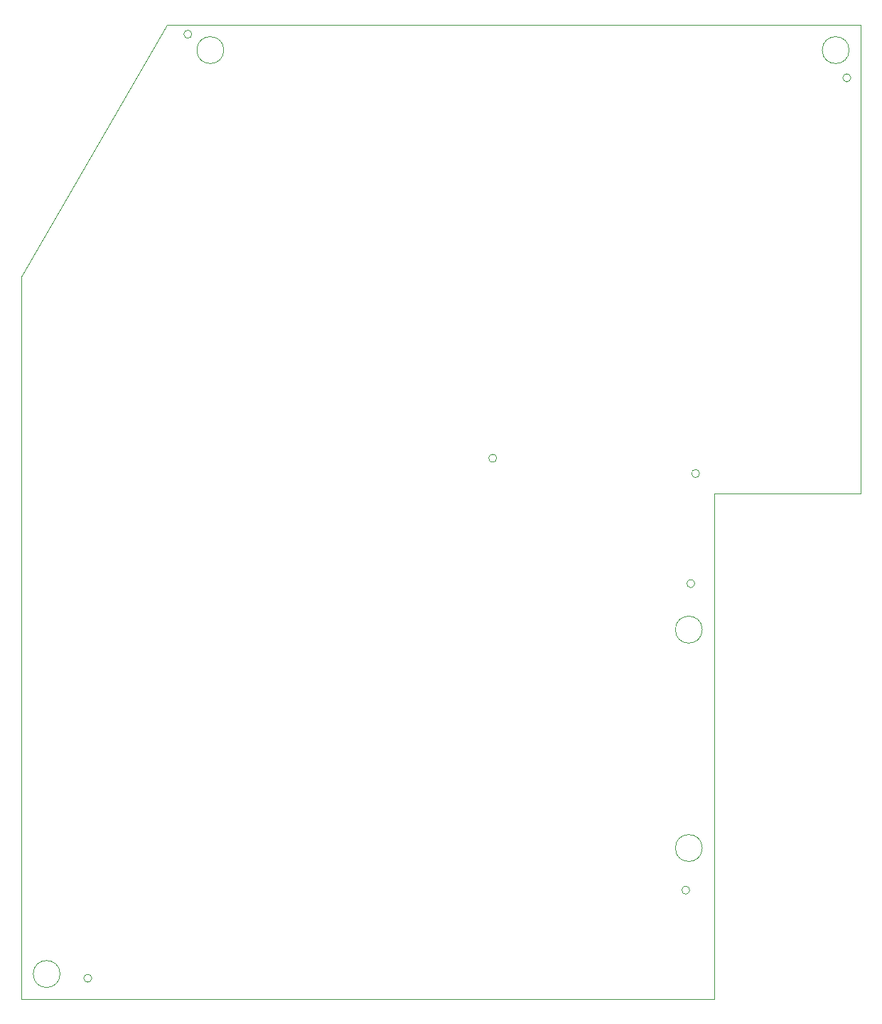
<source format=gm1>
G04 #@! TF.GenerationSoftware,KiCad,Pcbnew,(6.0.5-0)*
G04 #@! TF.CreationDate,2022-10-21T13:34:59+09:00*
G04 #@! TF.ProjectId,qPCR-main,71504352-2d6d-4616-996e-2e6b69636164,rev?*
G04 #@! TF.SameCoordinates,Original*
G04 #@! TF.FileFunction,Profile,NP*
%FSLAX46Y46*%
G04 Gerber Fmt 4.6, Leading zero omitted, Abs format (unit mm)*
G04 Created by KiCad (PCBNEW (6.0.5-0)) date 2022-10-21 13:34:59*
%MOMM*%
%LPD*%
G01*
G04 APERTURE LIST*
G04 #@! TA.AperFunction,Profile*
%ADD10C,0.100000*%
G04 #@! TD*
G04 APERTURE END LIST*
D10*
X84600000Y-147000000D02*
G75*
G03*
X84600000Y-147000000I-1600000J0D01*
G01*
X178600000Y-37000000D02*
G75*
G03*
X178600000Y-37000000I-1600000J0D01*
G01*
X80000000Y-150000000D02*
X162500000Y-150000000D01*
X100300000Y-35110000D02*
G75*
G03*
X100300000Y-35110000I-475000J0D01*
G01*
X88375000Y-147500000D02*
G75*
G03*
X88375000Y-147500000I-475000J0D01*
G01*
X162500000Y-150000000D02*
X162500000Y-89770000D01*
X136611000Y-85590000D02*
G75*
G03*
X136611000Y-85590000I-475000J0D01*
G01*
X162500000Y-89770000D02*
X180000000Y-89770000D01*
X180000000Y-89770000D02*
X180000000Y-34000000D01*
X161100000Y-106000000D02*
G75*
G03*
X161100000Y-106000000I-1600000J0D01*
G01*
X178800000Y-40300000D02*
G75*
G03*
X178800000Y-40300000I-475000J0D01*
G01*
X161100000Y-132000000D02*
G75*
G03*
X161100000Y-132000000I-1600000J0D01*
G01*
X160780000Y-87410000D02*
G75*
G03*
X160780000Y-87410000I-475000J0D01*
G01*
X160215000Y-100510000D02*
G75*
G03*
X160215000Y-100510000I-475000J0D01*
G01*
X159615000Y-137010000D02*
G75*
G03*
X159615000Y-137010000I-475000J0D01*
G01*
X104100000Y-37000000D02*
G75*
G03*
X104100000Y-37000000I-1600000J0D01*
G01*
X80000000Y-64000000D02*
X80000000Y-150000000D01*
X97320508Y-34000000D02*
X80000000Y-64000000D01*
X97320508Y-34000000D02*
X180000000Y-34000000D01*
M02*

</source>
